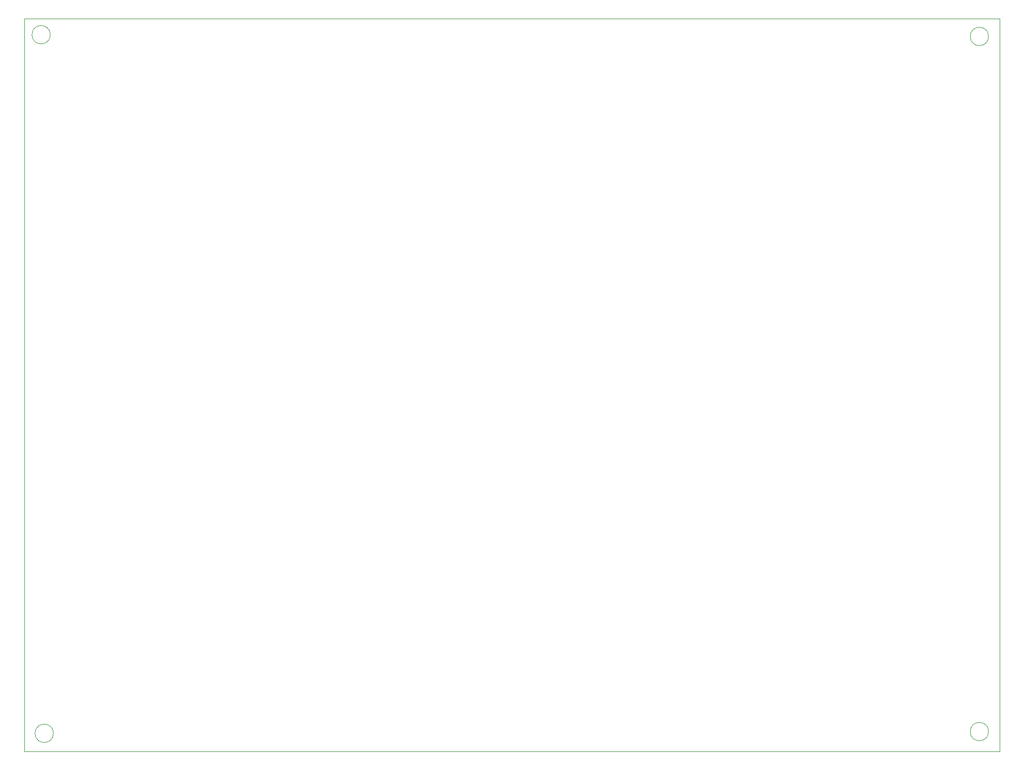
<source format=gbr>
%TF.GenerationSoftware,KiCad,Pcbnew,8.0.3*%
%TF.CreationDate,2024-07-16T22:22:09-07:00*%
%TF.ProjectId,pultec-three-band-eq,70756c74-6563-42d7-9468-7265652d6261,4*%
%TF.SameCoordinates,Original*%
%TF.FileFunction,Profile,NP*%
%FSLAX46Y46*%
G04 Gerber Fmt 4.6, Leading zero omitted, Abs format (unit mm)*
G04 Created by KiCad (PCBNEW 8.0.3) date 2024-07-16 22:22:09*
%MOMM*%
%LPD*%
G01*
G04 APERTURE LIST*
%TA.AperFunction,Profile*%
%ADD10C,0.050000*%
%TD*%
G04 APERTURE END LIST*
D10*
X45155231Y-137742800D02*
G75*
G02*
X42155231Y-137742800I-1500000J0D01*
G01*
X42155231Y-137742800D02*
G75*
G02*
X45155231Y-137742800I1500000J0D01*
G01*
X44647231Y-23368000D02*
G75*
G02*
X41647231Y-23368000I-1500000J0D01*
G01*
X41647231Y-23368000D02*
G75*
G02*
X44647231Y-23368000I1500000J0D01*
G01*
X198096000Y-23648800D02*
G75*
G02*
X195096000Y-23648800I-1500000J0D01*
G01*
X195096000Y-23648800D02*
G75*
G02*
X198096000Y-23648800I1500000J0D01*
G01*
X198096000Y-137464800D02*
G75*
G02*
X195096000Y-137464800I-1500000J0D01*
G01*
X195096000Y-137464800D02*
G75*
G02*
X198096000Y-137464800I1500000J0D01*
G01*
X40436800Y-20726400D02*
X199898400Y-20726400D01*
X199898400Y-140726400D01*
X40436800Y-140726400D01*
X40436800Y-20726400D01*
M02*

</source>
